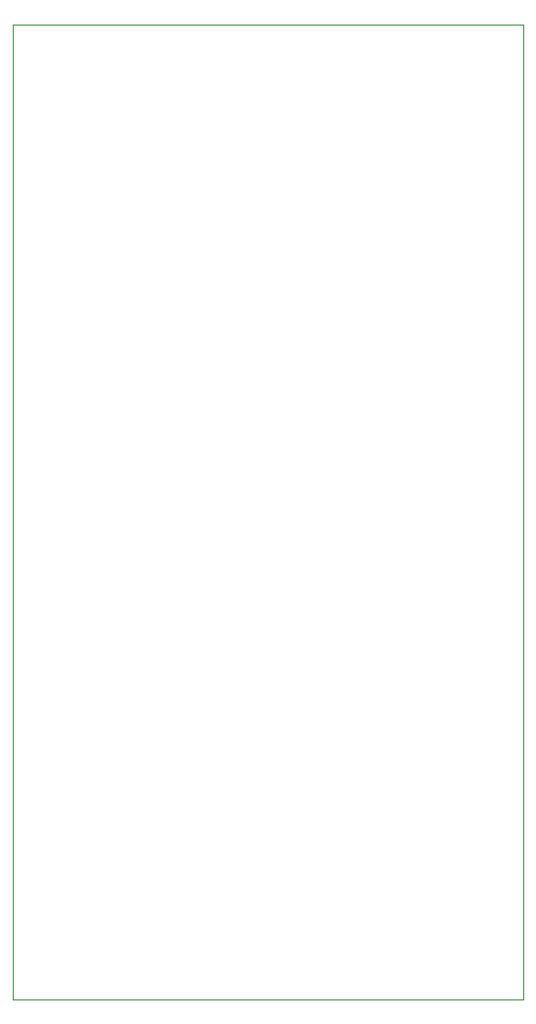
<source format=gbr>
G04 #@! TF.GenerationSoftware,KiCad,Pcbnew,(5.1.10)-1*
G04 #@! TF.CreationDate,2021-06-09T15:44:52+09:00*
G04 #@! TF.ProjectId,controller,636f6e74-726f-46c6-9c65-722e6b696361,rev?*
G04 #@! TF.SameCoordinates,Original*
G04 #@! TF.FileFunction,Profile,NP*
%FSLAX46Y46*%
G04 Gerber Fmt 4.6, Leading zero omitted, Abs format (unit mm)*
G04 Created by KiCad (PCBNEW (5.1.10)-1) date 2021-06-09 15:44:52*
%MOMM*%
%LPD*%
G01*
G04 APERTURE LIST*
G04 #@! TA.AperFunction,Profile*
%ADD10C,0.050000*%
G04 #@! TD*
G04 APERTURE END LIST*
D10*
X0Y-84000000D02*
X0Y0D01*
X44000000Y-84000000D02*
X0Y-84000000D01*
X44000000Y0D02*
X44000000Y-84000000D01*
X0Y0D02*
X44000000Y0D01*
M02*

</source>
